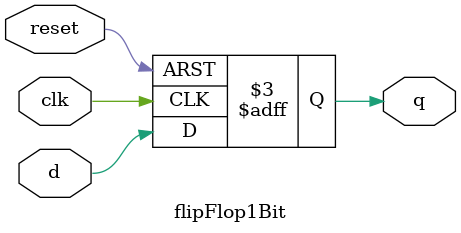
<source format=v>
`timescale 1ns / 1ps
module flipFlop1Bit(
    input d,
    input clk,
    input reset,//active low
    output reg q
    );

always@(posedge clk, negedge reset) begin
	if(reset==0)begin
		q=1'b1;
	end
	else begin
		q=d;
	end
end

endmodule

</source>
